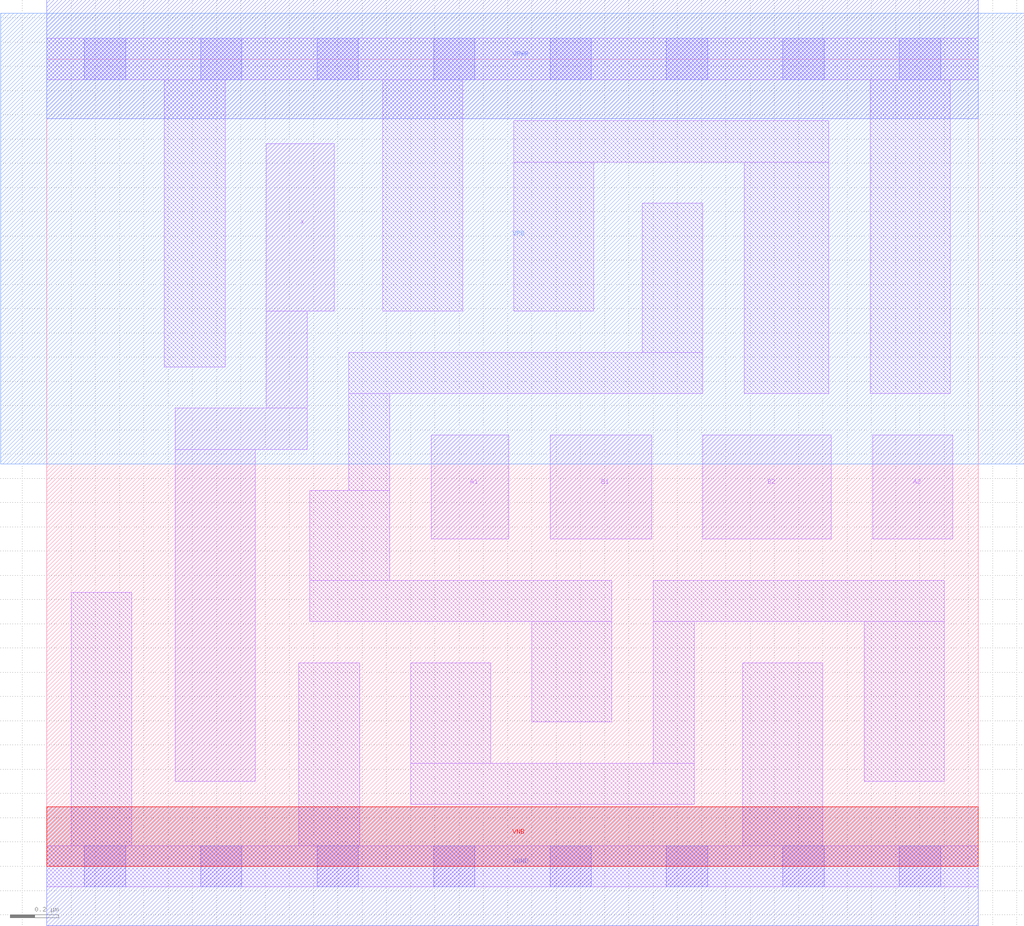
<source format=lef>
# Copyright 2020 The SkyWater PDK Authors
#
# Licensed under the Apache License, Version 2.0 (the "License");
# you may not use this file except in compliance with the License.
# You may obtain a copy of the License at
#
#     https://www.apache.org/licenses/LICENSE-2.0
#
# Unless required by applicable law or agreed to in writing, software
# distributed under the License is distributed on an "AS IS" BASIS,
# WITHOUT WARRANTIES OR CONDITIONS OF ANY KIND, either express or implied.
# See the License for the specific language governing permissions and
# limitations under the License.
#
# SPDX-License-Identifier: Apache-2.0

VERSION 5.7 ;
  NOWIREEXTENSIONATPIN ON ;
  DIVIDERCHAR "/" ;
  BUSBITCHARS "[]" ;
MACRO sky130_fd_sc_hs__a22o_2
  CLASS CORE ;
  FOREIGN sky130_fd_sc_hs__a22o_2 ;
  ORIGIN  0.000000  0.000000 ;
  SIZE  3.840000 BY  3.330000 ;
  SYMMETRY X Y ;
  SITE unit ;
  PIN A1
    ANTENNAGATEAREA  0.261000 ;
    DIRECTION INPUT ;
    USE SIGNAL ;
    PORT
      LAYER li1 ;
        RECT 1.585000 1.350000 1.905000 1.780000 ;
    END
  END A1
  PIN A2
    ANTENNAGATEAREA  0.261000 ;
    DIRECTION INPUT ;
    USE SIGNAL ;
    PORT
      LAYER li1 ;
        RECT 3.405000 1.350000 3.735000 1.780000 ;
    END
  END A2
  PIN B1
    ANTENNAGATEAREA  0.261000 ;
    DIRECTION INPUT ;
    USE SIGNAL ;
    PORT
      LAYER li1 ;
        RECT 2.075000 1.350000 2.495000 1.780000 ;
    END
  END B1
  PIN B2
    ANTENNAGATEAREA  0.261000 ;
    DIRECTION INPUT ;
    USE SIGNAL ;
    PORT
      LAYER li1 ;
        RECT 2.705000 1.350000 3.235000 1.780000 ;
    END
  END B2
  PIN X
    ANTENNADIFFAREA  0.543200 ;
    DIRECTION OUTPUT ;
    USE SIGNAL ;
    PORT
      LAYER li1 ;
        RECT 0.530000 0.350000 0.860000 1.720000 ;
        RECT 0.530000 1.720000 1.075000 1.890000 ;
        RECT 0.905000 1.890000 1.075000 2.290000 ;
        RECT 0.905000 2.290000 1.185000 2.980000 ;
    END
  END X
  PIN VGND
    DIRECTION INOUT ;
    USE GROUND ;
    PORT
      LAYER met1 ;
        RECT 0.000000 -0.245000 3.840000 0.245000 ;
    END
  END VGND
  PIN VNB
    DIRECTION INOUT ;
    USE GROUND ;
    PORT
      LAYER pwell ;
        RECT 0.000000 0.000000 3.840000 0.245000 ;
    END
  END VNB
  PIN VPB
    DIRECTION INOUT ;
    USE POWER ;
    PORT
      LAYER nwell ;
        RECT -0.190000 1.660000 4.030000 3.520000 ;
    END
  END VPB
  PIN VPWR
    DIRECTION INOUT ;
    USE POWER ;
    PORT
      LAYER met1 ;
        RECT 0.000000 3.085000 3.840000 3.575000 ;
    END
  END VPWR
  OBS
    LAYER li1 ;
      RECT 0.000000 -0.085000 3.840000 0.085000 ;
      RECT 0.000000  3.245000 3.840000 3.415000 ;
      RECT 0.100000  0.085000 0.350000 1.130000 ;
      RECT 0.485000  2.060000 0.735000 3.245000 ;
      RECT 1.040000  0.085000 1.290000 0.840000 ;
      RECT 1.085000  1.010000 2.330000 1.180000 ;
      RECT 1.085000  1.180000 1.415000 1.550000 ;
      RECT 1.245000  1.550000 1.415000 1.950000 ;
      RECT 1.245000  1.950000 2.705000 2.120000 ;
      RECT 1.385000  2.290000 1.715000 3.245000 ;
      RECT 1.500000  0.255000 2.670000 0.425000 ;
      RECT 1.500000  0.425000 1.830000 0.840000 ;
      RECT 1.925000  2.290000 2.255000 2.905000 ;
      RECT 1.925000  2.905000 3.225000 3.075000 ;
      RECT 2.000000  0.595000 2.330000 1.010000 ;
      RECT 2.455000  2.120000 2.705000 2.735000 ;
      RECT 2.500000  0.425000 2.670000 1.010000 ;
      RECT 2.500000  1.010000 3.700000 1.180000 ;
      RECT 2.870000  0.085000 3.200000 0.840000 ;
      RECT 2.875000  1.950000 3.225000 2.905000 ;
      RECT 3.370000  0.350000 3.700000 1.010000 ;
      RECT 3.395000  1.950000 3.725000 3.245000 ;
    LAYER mcon ;
      RECT 0.155000 -0.085000 0.325000 0.085000 ;
      RECT 0.155000  3.245000 0.325000 3.415000 ;
      RECT 0.635000 -0.085000 0.805000 0.085000 ;
      RECT 0.635000  3.245000 0.805000 3.415000 ;
      RECT 1.115000 -0.085000 1.285000 0.085000 ;
      RECT 1.115000  3.245000 1.285000 3.415000 ;
      RECT 1.595000 -0.085000 1.765000 0.085000 ;
      RECT 1.595000  3.245000 1.765000 3.415000 ;
      RECT 2.075000 -0.085000 2.245000 0.085000 ;
      RECT 2.075000  3.245000 2.245000 3.415000 ;
      RECT 2.555000 -0.085000 2.725000 0.085000 ;
      RECT 2.555000  3.245000 2.725000 3.415000 ;
      RECT 3.035000 -0.085000 3.205000 0.085000 ;
      RECT 3.035000  3.245000 3.205000 3.415000 ;
      RECT 3.515000 -0.085000 3.685000 0.085000 ;
      RECT 3.515000  3.245000 3.685000 3.415000 ;
  END
END sky130_fd_sc_hs__a22o_2
END LIBRARY

</source>
